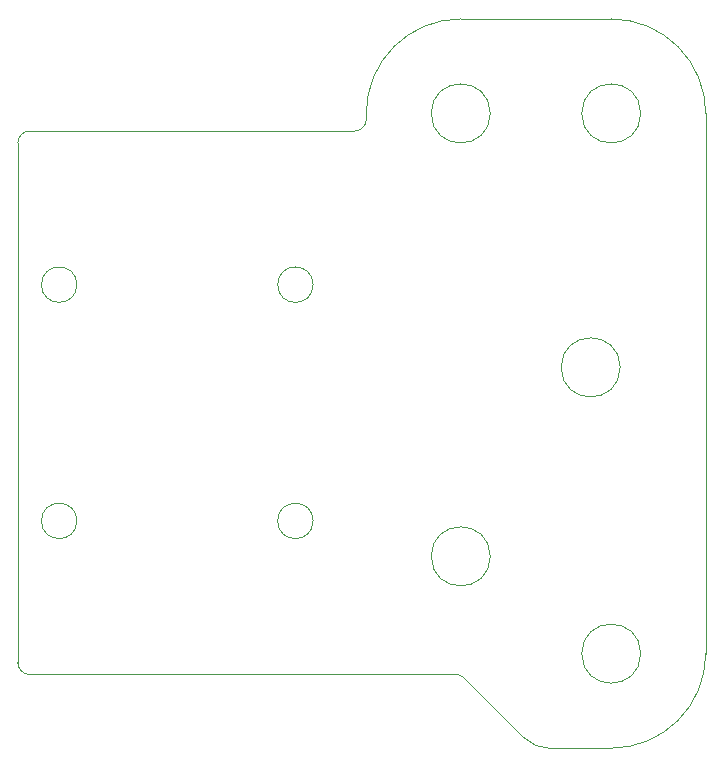
<source format=gm1>
G04 #@! TF.GenerationSoftware,KiCad,Pcbnew,5.1.9+dfsg1-1+deb11u1*
G04 #@! TF.CreationDate,2023-05-29T16:56:05+09:00*
G04 #@! TF.ProjectId,top,746f702e-6b69-4636-9164-5f7063625858,rev?*
G04 #@! TF.SameCoordinates,Original*
G04 #@! TF.FileFunction,Profile,NP*
%FSLAX46Y46*%
G04 Gerber Fmt 4.6, Leading zero omitted, Abs format (unit mm)*
G04 Created by KiCad (PCBNEW 5.1.9+dfsg1-1+deb11u1) date 2023-05-29 16:56:05*
%MOMM*%
%LPD*%
G01*
G04 APERTURE LIST*
G04 #@! TA.AperFunction,Profile*
%ADD10C,0.100000*%
G04 #@! TD*
G04 APERTURE END LIST*
D10*
X191439400Y-81468000D02*
G75*
G02*
X199439400Y-89468000I0J-8000000D01*
G01*
X141199400Y-135968000D02*
X141199400Y-91968000D01*
X192199400Y-110968000D02*
G75*
G03*
X192199400Y-110968000I-2500000J0D01*
G01*
X146199400Y-123968000D02*
G75*
G03*
X146199400Y-123968000I-1500000J0D01*
G01*
X142199400Y-136968000D02*
G75*
G02*
X141199400Y-135968000I0J1000000D01*
G01*
X170699400Y-89968000D02*
X170699400Y-89468000D01*
X193939400Y-89468000D02*
G75*
G03*
X193939400Y-89468000I-2500000J0D01*
G01*
X166199400Y-123968000D02*
G75*
G03*
X166199400Y-123968000I-1500000J0D01*
G01*
X170699400Y-89468000D02*
G75*
G02*
X178699400Y-81468000I8000000J0D01*
G01*
X146199400Y-103968000D02*
G75*
G03*
X146199400Y-103968000I-1500000J0D01*
G01*
X181199400Y-89468000D02*
G75*
G03*
X181199400Y-89468000I-2500000J0D01*
G01*
X141199400Y-91968000D02*
G75*
G02*
X142199400Y-90968000I1000000J0D01*
G01*
X181199400Y-126968000D02*
G75*
G03*
X181199400Y-126968000I-2500000J0D01*
G01*
X178285190Y-136968000D02*
X142199400Y-136968000D01*
X142199400Y-90968000D02*
X169699400Y-90968000D01*
X178285189Y-136968000D02*
G75*
G02*
X178992296Y-137260893I1J-1000000D01*
G01*
X178992290Y-137260900D02*
X184060700Y-142329300D01*
X166199400Y-103968000D02*
G75*
G03*
X166199400Y-103968000I-1500000J0D01*
G01*
X199439400Y-89468000D02*
X199439400Y-135208000D01*
X170699400Y-89968000D02*
G75*
G02*
X169699400Y-90968000I-1000000J0D01*
G01*
X178699400Y-81468000D02*
X191439400Y-81468000D01*
X199439399Y-135208000D02*
G75*
G02*
X191439400Y-143207999I-7999999J0D01*
G01*
X193939400Y-135208000D02*
G75*
G03*
X193939400Y-135208000I-2500000J0D01*
G01*
X191439400Y-143208000D02*
X186182000Y-143208000D01*
X186181999Y-143208000D02*
G75*
G02*
X184060679Y-142329320I1J3000000D01*
G01*
M02*

</source>
